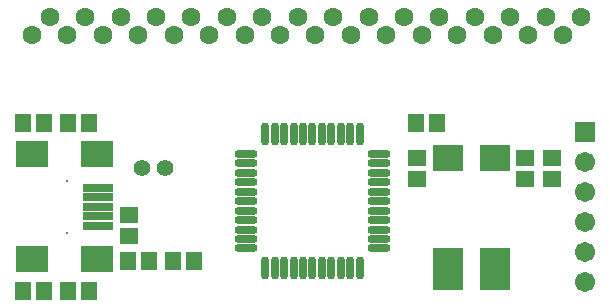
<source format=gts>
%FSLAX24Y24*%
%MOIN*%
G70*
G01*
G75*
G04 Layer_Color=8388736*
%ADD10R,0.0472X0.0551*%
%ADD11R,0.0551X0.0472*%
%ADD12O,0.0689X0.0217*%
%ADD13O,0.0217X0.0689*%
%ADD14R,0.0906X0.0197*%
%ADD15R,0.0984X0.0787*%
%ADD16R,0.0945X0.1339*%
%ADD17R,0.0945X0.0787*%
%ADD18C,0.0120*%
%ADD19C,0.0200*%
%ADD20C,0.0250*%
%ADD21C,0.0550*%
%ADD22C,0.0591*%
%ADD23R,0.0591X0.0591*%
%ADD24C,0.0472*%
%ADD25C,0.0240*%
%ADD26C,0.0500*%
%ADD27C,0.0100*%
%ADD28C,0.0236*%
%ADD29C,0.0098*%
%ADD30C,0.0079*%
%ADD31R,0.0552X0.0631*%
%ADD32R,0.0631X0.0552*%
%ADD33O,0.0769X0.0297*%
%ADD34O,0.0297X0.0769*%
%ADD35R,0.0986X0.0277*%
%ADD36R,0.1064X0.0867*%
%ADD37R,0.1025X0.1419*%
%ADD38R,0.1025X0.0867*%
%ADD39C,0.0630*%
%ADD40C,0.0671*%
%ADD41R,0.0671X0.0671*%
%ADD42C,0.0552*%
%ADD43C,0.0080*%
D31*
X27554Y25000D02*
D03*
X26846D02*
D03*
X29054D02*
D03*
X28346D02*
D03*
X37154Y29600D02*
D03*
X36446D02*
D03*
X25554Y24000D02*
D03*
X24846D02*
D03*
X23346Y29600D02*
D03*
X24054D02*
D03*
X24054Y24000D02*
D03*
X23346D02*
D03*
X24846Y29600D02*
D03*
X25554D02*
D03*
D32*
X26900Y26554D02*
D03*
Y25846D02*
D03*
X41000Y28454D02*
D03*
Y27746D02*
D03*
X36500Y28454D02*
D03*
Y27746D02*
D03*
X40100Y28454D02*
D03*
Y27746D02*
D03*
D33*
X30776Y25425D02*
D03*
Y25740D02*
D03*
Y26055D02*
D03*
Y26370D02*
D03*
Y26685D02*
D03*
X30776Y27000D02*
D03*
Y27315D02*
D03*
X30776Y27630D02*
D03*
Y27945D02*
D03*
Y28260D02*
D03*
Y28575D02*
D03*
X35224D02*
D03*
Y28260D02*
D03*
Y27945D02*
D03*
Y27630D02*
D03*
Y27315D02*
D03*
Y27000D02*
D03*
Y26685D02*
D03*
Y26370D02*
D03*
Y26055D02*
D03*
Y25740D02*
D03*
Y25425D02*
D03*
D34*
X31425Y29224D02*
D03*
X31740D02*
D03*
X32055D02*
D03*
X32370D02*
D03*
X32685Y29224D02*
D03*
X33000Y29224D02*
D03*
X33315D02*
D03*
X33630D02*
D03*
X33945D02*
D03*
X34260D02*
D03*
X34575D02*
D03*
X34575Y24776D02*
D03*
X34260D02*
D03*
X33945D02*
D03*
X33630D02*
D03*
X33315D02*
D03*
X33000D02*
D03*
X32685D02*
D03*
X32370D02*
D03*
X32055D02*
D03*
X31740D02*
D03*
X31425D02*
D03*
D35*
X25853Y27125D02*
D03*
Y26180D02*
D03*
Y26495D02*
D03*
Y27440D02*
D03*
Y26810D02*
D03*
D36*
X25814Y28562D02*
D03*
X25814Y25058D02*
D03*
X23648Y28562D02*
D03*
Y25058D02*
D03*
D37*
X37513Y24750D02*
D03*
X39087D02*
D03*
D38*
X37513Y28450D02*
D03*
X39087D02*
D03*
D39*
X39004Y32550D02*
D03*
X39595Y33141D02*
D03*
X37823Y32550D02*
D03*
X38414Y33141D02*
D03*
X36642Y32550D02*
D03*
X37233Y33141D02*
D03*
X35461Y32550D02*
D03*
X36052Y33141D02*
D03*
X34280Y32550D02*
D03*
X34870Y33141D02*
D03*
X33099Y32550D02*
D03*
X33689Y33141D02*
D03*
X31918Y32550D02*
D03*
X32508Y33141D02*
D03*
X29556Y32550D02*
D03*
X31327Y33141D02*
D03*
X28374Y32550D02*
D03*
X30737D02*
D03*
X41367D02*
D03*
X41957Y33141D02*
D03*
X30146D02*
D03*
X40776D02*
D03*
X28965D02*
D03*
X27193Y32550D02*
D03*
X26603Y33141D02*
D03*
X40185Y32550D02*
D03*
X27784Y33141D02*
D03*
X26012Y32550D02*
D03*
X25422Y33141D02*
D03*
X24831Y32550D02*
D03*
X24241Y33141D02*
D03*
X23650Y32550D02*
D03*
D40*
X42100Y24300D02*
D03*
Y25300D02*
D03*
Y26300D02*
D03*
Y27300D02*
D03*
Y28300D02*
D03*
D41*
Y29300D02*
D03*
D42*
X28100Y28100D02*
D03*
X27313D02*
D03*
D43*
X24830Y25944D02*
D03*
Y27676D02*
D03*
M02*

</source>
